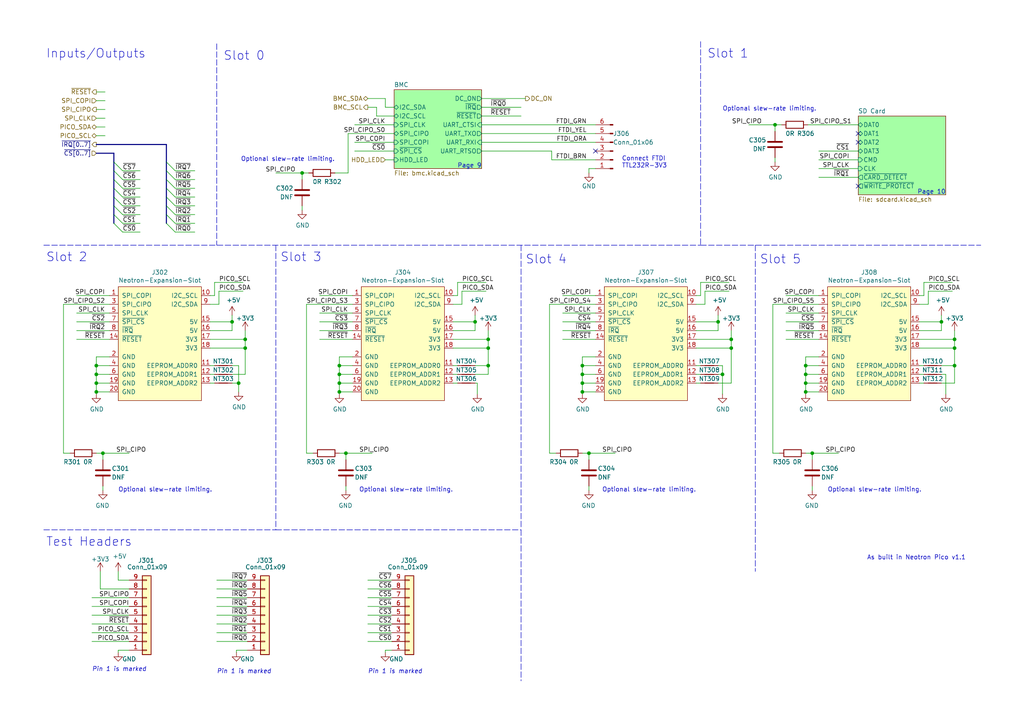
<source format=kicad_sch>
(kicad_sch (version 20211123) (generator eeschema)
  (paper "A4")
  (title_block (title "Neotron Pico - Slots and Peripherals") (date "${date}") (rev "[Uncontrolled]") (company "https://neotron-compute.github.io/") (comment 1 "Licenced as CC BY-SA") (comment 2 "Copyright (c) The Neotron Developers, 2022"))
  (lib_symbols
    (symbol "Connector:Conn_01x06_Male" (pin_names (offset 1.016) hide)
      (property "Reference" "J" (at 0 7.62 0))
      (property "Value" "Conn_01x06_Male" (at 0 -10.16 0))
      (symbol "Conn_01x06_Male_1_1"
        (pin passive line (at 5.08 5.08 180) (length 3.81) (name "Pin_1") (number "1"))
        (pin passive line (at 5.08 2.54 180) (length 3.81) (name "Pin_2") (number "2"))
        (pin passive line (at 5.08 0 180) (length 3.81) (name "Pin_3") (number "3"))
        (pin passive line (at 5.08 -2.54 180) (length 3.81) (name "Pin_4") (number "4"))
        (pin passive line (at 5.08 -5.08 180) (length 3.81) (name "Pin_5") (number "5"))
        (pin passive line (at 5.08 -7.62 180) (length 3.81) (name "Pin_6") (number "6"))
      )
    )
    (symbol "Connector_Generic:Conn_01x09" (pin_names (offset 1.016) hide)
      (property "Reference" "J" (at 0 12.7 0))
      (property "Value" "Conn_01x09" (at 0 -12.7 0))
      (symbol "Conn_01x09_1_1"
        (pin passive line (at -5.08 10.16 0) (length 3.81) (name "Pin_1") (number "1"))
        (pin passive line (at -5.08 7.62 0) (length 3.81) (name "Pin_2") (number "2"))
        (pin passive line (at -5.08 5.08 0) (length 3.81) (name "Pin_3") (number "3"))
        (pin passive line (at -5.08 2.54 0) (length 3.81) (name "Pin_4") (number "4"))
        (pin passive line (at -5.08 0 0) (length 3.81) (name "Pin_5") (number "5"))
        (pin passive line (at -5.08 -2.54 0) (length 3.81) (name "Pin_6") (number "6"))
        (pin passive line (at -5.08 -5.08 0) (length 3.81) (name "Pin_7") (number "7"))
        (pin passive line (at -5.08 -7.62 0) (length 3.81) (name "Pin_8") (number "8"))
        (pin passive line (at -5.08 -10.16 0) (length 3.81) (name "Pin_9") (number "9"))
      )
    )
    (symbol "Device:C" (pin_numbers hide) (pin_names (offset 0.254))
      (property "Reference" "C" (at 0.635 2.54 0))
      (property "Value" "C" (at 0.635 -2.54 0))
      (symbol "C_1_1"
        (pin passive line (at 0 3.81 270) (length 2.794) (name "~") (number "1"))
        (pin passive line (at 0 -3.81 90) (length 2.794) (name "~") (number "2"))
      )
    )
    (symbol "Device:NetTie_2" (pin_numbers hide) (pin_names (offset 0) hide)
      (property "Reference" "NT" (at 0 1.27 0))
      (property "Value" "NetTie_2" (at 0 -1.27 0))
      (symbol "NetTie_2_1_1"
        (pin passive line (at -2.54 0 0) (length 2.54) (name "1") (number "1"))
        (pin passive line (at 2.54 0 180) (length 2.54) (name "2") (number "2"))
      )
    )
    (symbol "Device:R" (pin_numbers hide) (pin_names (offset 0))
      (property "Reference" "R" (at 2.032 0 90))
      (property "Value" "R" (at 0 0 90))
      (symbol "R_1_1"
        (pin passive line (at 0 3.81 270) (length 1.27) (name "~") (number "1"))
        (pin passive line (at 0 -3.81 90) (length 1.27) (name "~") (number "2"))
      )
    )
    (symbol "Neotron-Common-Hardware:Neotron-Expansion-Slot" (pin_names (offset 1.016))
      (property "Reference" "J" (at 0 -20.32 0))
      (property "Value" "Neotron-Expansion-Slot" (at -1.27 15.24 0))
      (symbol "Neotron-Expansion-Slot_0_0"
        (pin input line (at -15.24 11.43 0) (length 2.54) (name "SPI_COPI") (number "1"))
        (pin bidirectional line (at 13.97 11.43 180) (length 2.54) (name "I2C_SCL") (number "10"))
        (pin input line (at 13.97 -8.89 180) (length 2.54) (name "EEPROM_ADDR0") (number "11"))
        (pin input line (at 13.97 -11.43 180) (length 2.54) (name "EEPROM_ADDR1") (number "12"))
        (pin input line (at 13.97 -13.97 180) (length 2.54) (name "EEPROM_ADDR2") (number "13"))
        (pin input line (at -15.24 -1.27 0) (length 2.54) (name "~{RESET}") (number "14"))
        (pin power_in line (at 13.97 3.81 180) (length 2.54) (name "5V") (number "15"))
        (pin power_in line (at 13.97 1.27 180) (length 2.54) (name "5V") (number "16"))
        (pin power_in line (at 13.97 -1.27 180) (length 2.54) (name "3V3") (number "17"))
        (pin power_in line (at 13.97 -3.81 180) (length 2.54) (name "3V3") (number "18"))
        (pin power_in line (at -15.24 -13.97 0) (length 2.54) (name "GND") (number "19"))
        (pin power_in line (at -15.24 -6.35 0) (length 2.54) (name "GND") (number "2"))
        (pin power_in line (at -15.24 -16.51 0) (length 2.54) (name "GND") (number "20"))
        (pin tri_state line (at -15.24 8.89 0) (length 2.54) (name "SPI_CIPO") (number "3"))
        (pin power_in line (at -15.24 -8.89 0) (length 2.54) (name "GND") (number "4"))
        (pin input line (at -15.24 6.35 0) (length 2.54) (name "SPI_CLK") (number "5"))
        (pin power_in line (at -15.24 -11.43 0) (length 2.54) (name "GND") (number "6"))
        (pin input line (at -15.24 3.81 0) (length 2.54) (name "~{SPI_CS}") (number "7"))
        (pin output line (at -15.24 1.27 0) (length 2.54) (name "~{IRQ}") (number "8"))
        (pin bidirectional line (at 13.97 8.89 180) (length 2.54) (name "I2C_SDA") (number "9"))
      )
    )
    (symbol "Neotron-Expansion-Slot_1" (pin_names (offset 1.016))
      (property "Reference" "J" (at 0 -20.32 0))
      (property "Value" "Neotron-Expansion-Slot_1" (at -1.27 15.24 0))
      (symbol "Neotron-Expansion-Slot_1_0_0"
        (pin input line (at -15.24 11.43 0) (length 2.54) (name "SPI_COPI") (number "1"))
        (pin bidirectional line (at 13.97 11.43 180) (length 2.54) (name "I2C_SCL") (number "10"))
        (pin input line (at 13.97 -8.89 180) (length 2.54) (name "EEPROM_ADDR0") (number "11"))
        (pin input line (at 13.97 -11.43 180) (length 2.54) (name "EEPROM_ADDR1") (number "12"))
        (pin input line (at 13.97 -13.97 180) (length 2.54) (name "EEPROM_ADDR2") (number "13"))
        (pin input line (at -15.24 -1.27 0) (length 2.54) (name "~{RESET}") (number "14"))
        (pin power_in line (at 13.97 3.81 180) (length 2.54) (name "5V") (number "15"))
        (pin power_in line (at 13.97 1.27 180) (length 2.54) (name "5V") (number "16"))
        (pin power_in line (at 13.97 -1.27 180) (length 2.54) (name "3V3") (number "17"))
        (pin power_in line (at 13.97 -3.81 180) (length 2.54) (name "3V3") (number "18"))
        (pin power_in line (at -15.24 -13.97 0) (length 2.54) (name "GND") (number "19"))
        (pin power_in line (at -15.24 -6.35 0) (length 2.54) (name "GND") (number "2"))
        (pin power_in line (at -15.24 -16.51 0) (length 2.54) (name "GND") (number "20"))
        (pin tri_state line (at -15.24 8.89 0) (length 2.54) (name "SPI_CIPO") (number "3"))
        (pin power_in line (at -15.24 -8.89 0) (length 2.54) (name "GND") (number "4"))
        (pin input line (at -15.24 6.35 0) (length 2.54) (name "SPI_CLK") (number "5"))
        (pin power_in line (at -15.24 -11.43 0) (length 2.54) (name "GND") (number "6"))
        (pin input line (at -15.24 3.81 0) (length 2.54) (name "~{SPI_CS}") (number "7"))
        (pin output line (at -15.24 1.27 0) (length 2.54) (name "~{IRQ}") (number "8"))
        (pin bidirectional line (at 13.97 8.89 180) (length 2.54) (name "I2C_SDA") (number "9"))
      )
    )
    (symbol "Neotron-Expansion-Slot_2" (pin_names (offset 1.016))
      (property "Reference" "J" (at 0 -20.32 0))
      (property "Value" "Neotron-Expansion-Slot_2" (at -1.27 15.24 0))
      (symbol "Neotron-Expansion-Slot_2_0_0"
        (pin input line (at -15.24 11.43 0) (length 2.54) (name "SPI_COPI") (number "1"))
        (pin bidirectional line (at 13.97 11.43 180) (length 2.54) (name "I2C_SCL") (number "10"))
        (pin input line (at 13.97 -8.89 180) (length 2.54) (name "EEPROM_ADDR0") (number "11"))
        (pin input line (at 13.97 -11.43 180) (length 2.54) (name "EEPROM_ADDR1") (number "12"))
        (pin input line (at 13.97 -13.97 180) (length 2.54) (name "EEPROM_ADDR2") (number "13"))
        (pin input line (at -15.24 -1.27 0) (length 2.54) (name "~{RESET}") (number "14"))
        (pin power_in line (at 13.97 3.81 180) (length 2.54) (name "5V") (number "15"))
        (pin power_in line (at 13.97 1.27 180) (length 2.54) (name "5V") (number "16"))
        (pin power_in line (at 13.97 -1.27 180) (length 2.54) (name "3V3") (number "17"))
        (pin power_in line (at 13.97 -3.81 180) (length 2.54) (name "3V3") (number "18"))
        (pin power_in line (at -15.24 -13.97 0) (length 2.54) (name "GND") (number "19"))
        (pin power_in line (at -15.24 -6.35 0) (length 2.54) (name "GND") (number "2"))
        (pin power_in line (at -15.24 -16.51 0) (length 2.54) (name "GND") (number "20"))
        (pin tri_state line (at -15.24 8.89 0) (length 2.54) (name "SPI_CIPO") (number "3"))
        (pin power_in line (at -15.24 -8.89 0) (length 2.54) (name "GND") (number "4"))
        (pin input line (at -15.24 6.35 0) (length 2.54) (name "SPI_CLK") (number "5"))
        (pin power_in line (at -15.24 -11.43 0) (length 2.54) (name "GND") (number "6"))
        (pin input line (at -15.24 3.81 0) (length 2.54) (name "~{SPI_CS}") (number "7"))
        (pin output line (at -15.24 1.27 0) (length 2.54) (name "~{IRQ}") (number "8"))
        (pin bidirectional line (at 13.97 8.89 180) (length 2.54) (name "I2C_SDA") (number "9"))
      )
    )
    (symbol "Neotron-Expansion-Slot_3" (pin_names (offset 1.016))
      (property "Reference" "J" (at 0 -20.32 0))
      (property "Value" "Neotron-Expansion-Slot_3" (at -1.27 15.24 0))
      (symbol "Neotron-Expansion-Slot_3_0_0"
        (pin input line (at -15.24 11.43 0) (length 2.54) (name "SPI_COPI") (number "1"))
        (pin bidirectional line (at 13.97 11.43 180) (length 2.54) (name "I2C_SCL") (number "10"))
        (pin input line (at 13.97 -8.89 180) (length 2.54) (name "EEPROM_ADDR0") (number "11"))
        (pin input line (at 13.97 -11.43 180) (length 2.54) (name "EEPROM_ADDR1") (number "12"))
        (pin input line (at 13.97 -13.97 180) (length 2.54) (name "EEPROM_ADDR2") (number "13"))
        (pin input line (at -15.24 -1.27 0) (length 2.54) (name "~{RESET}") (number "14"))
        (pin power_in line (at 13.97 3.81 180) (length 2.54) (name "5V") (number "15"))
        (pin power_in line (at 13.97 1.27 180) (length 2.54) (name "5V") (number "16"))
        (pin power_in line (at 13.97 -1.27 180) (length 2.54) (name "3V3") (number "17"))
        (pin power_in line (at 13.97 -3.81 180) (length 2.54) (name "3V3") (number "18"))
        (pin power_in line (at -15.24 -13.97 0) (length 2.54) (name "GND") (number "19"))
        (pin power_in line (at -15.24 -6.35 0) (length 2.54) (name "GND") (number "2"))
        (pin power_in line (at -15.24 -16.51 0) (length 2.54) (name "GND") (number "20"))
        (pin tri_state line (at -15.24 8.89 0) (length 2.54) (name "SPI_CIPO") (number "3"))
        (pin power_in line (at -15.24 -8.89 0) (length 2.54) (name "GND") (number "4"))
        (pin input line (at -15.24 6.35 0) (length 2.54) (name "SPI_CLK") (number "5"))
        (pin power_in line (at -15.24 -11.43 0) (length 2.54) (name "GND") (number "6"))
        (pin input line (at -15.24 3.81 0) (length 2.54) (name "~{SPI_CS}") (number "7"))
        (pin output line (at -15.24 1.27 0) (length 2.54) (name "~{IRQ}") (number "8"))
        (pin bidirectional line (at 13.97 8.89 180) (length 2.54) (name "I2C_SDA") (number "9"))
      )
    )
    (symbol "power:+3V3" (power) (pin_names (offset 0))
      (property "Value" "+3V3" (at 0 3.556 0))
      (symbol "+3V3_1_1"
        (pin power_in line (at 0 0 90) (length 0) hide (name "+3V3") (number "1"))
      )
    )
    (symbol "power:+5V" (power) (pin_names (offset 0))
      (property "Value" "+5V" (at 0 3.556 0))
      (symbol "+5V_1_1"
        (pin power_in line (at 0 0 90) (length 0) hide (name "+5V") (number "1"))
      )
    )
    (symbol "power:GND" (power) (pin_names (offset 0))
      (property "Value" "GND" (at 0 -3.81 0))
      (symbol "GND_1_1"
        (pin power_in line (at 0 0 270) (length 0) hide (name "GND") (number "1"))
      )
    )
  )
  (junction (at 67.31 93.345))
  (junction (at 170.815 131.445))
  (junction (at 98.425 111.125))
  (junction (at 98.425 106.045))
  (junction (at 69.215 111.125))
  (junction (at 224.79 36.195))
  (junction (at 29.845 131.445))
  (junction (at 233.68 113.665))
  (junction (at 233.68 111.125))
  (junction (at 137.795 93.345))
  (junction (at 98.425 113.665))
  (junction (at 209.55 108.585))
  (junction (at 233.68 106.045))
  (junction (at 98.425 108.585))
  (junction (at 208.28 93.345))
  (junction (at 168.91 108.585))
  (junction (at 27.94 113.665))
  (junction (at 71.12 98.425))
  (junction (at 141.605 98.425))
  (junction (at 27.94 106.045))
  (junction (at 71.12 100.965))
  (junction (at 276.86 98.425))
  (junction (at 233.68 108.585))
  (junction (at 212.09 98.425))
  (junction (at 100.33 131.445))
  (junction (at 141.605 100.965))
  (junction (at 168.91 113.665))
  (junction (at 168.91 111.125))
  (junction (at 276.86 106.045))
  (junction (at 235.585 131.445))
  (junction (at 27.94 108.585))
  (junction (at 273.05 93.345))
  (junction (at 212.09 100.965))
  (junction (at 276.86 100.965))
  (junction (at 87.63 50.165))
  (junction (at 168.91 106.045))
  (junction (at 141.605 106.045))
  (junction (at 27.94 111.125))
  (no_connect (at 248.92 38.735))
  (no_connect (at 248.92 53.975))
  (no_connect (at 248.92 41.275))
  (no_connect (at 172.72 43.815))
  (bus_entry (at 33.02 46.99) (size 2.54 2.54))
  (bus_entry (at 48.26 49.53) (size 2.54 2.54))
  (bus_entry (at 48.26 64.77) (size 2.54 2.54))
  (bus_entry (at 48.26 52.07) (size 2.54 2.54))
  (bus_entry (at 33.02 54.61) (size 2.54 2.54))
  (bus_entry (at 33.02 64.77) (size 2.54 2.54))
  (bus_entry (at 48.26 54.61) (size 2.54 2.54))
  (bus_entry (at 48.26 46.99) (size 2.54 2.54))
  (bus_entry (at 48.26 57.15) (size 2.54 2.54))
  (bus_entry (at 33.02 62.23) (size 2.54 2.54))
  (bus_entry (at 33.02 49.53) (size 2.54 2.54))
  (bus_entry (at 33.02 59.69) (size 2.54 2.54))
  (bus_entry (at 33.02 52.07) (size 2.54 2.54))
  (bus_entry (at 48.26 59.69) (size 2.54 2.54))
  (bus_entry (at 33.02 57.15) (size 2.54 2.54))
  (bus_entry (at 48.26 62.23) (size 2.54 2.54))
  (wire (pts (xy 204.47 84.455) (xy 211.455 84.455)))
  (wire (pts (xy 170.815 48.895) (xy 170.815 50.165)))
  (wire (pts (xy 237.49 98.425) (xy 227.965 98.425)))
  (wire (pts (xy 204.47 88.265) (xy 201.93 88.265)))
  (polyline (pts (xy 62.865 12.7) (xy 62.865 71.12)))
  (wire (pts (xy 266.7 108.585) (xy 267.97 108.585)))
  (wire (pts (xy 141.605 98.425) (xy 141.605 100.965)))
  (wire (pts (xy 212.09 95.885) (xy 212.09 98.425)))
  (wire (pts (xy 62.23 106.045) (xy 60.96 106.045)))
  (wire (pts (xy 102.235 90.805) (xy 92.71 90.805)))
  (wire (pts (xy 67.31 111.125) (xy 69.215 111.125)))
  (wire (pts (xy 113.665 188.595) (xy 111.76 188.595)))
  (wire (pts (xy 69.215 106.045) (xy 69.215 111.125)))
  (polyline (pts (xy 151.13 153.67) (xy 151.13 197.485)))
  (wire (pts (xy 111.76 46.355) (xy 114.3 46.355)))
  (wire (pts (xy 172.72 90.805) (xy 163.195 90.805)))
  (wire (pts (xy 37.465 178.435) (xy 26.67 178.435)))
  (wire (pts (xy 208.28 111.125) (xy 212.09 111.125)))
  (wire (pts (xy 67.31 95.885) (xy 67.31 93.345)))
  (wire (pts (xy 224.155 131.445) (xy 226.06 131.445)))
  (wire (pts (xy 159.385 88.265) (xy 159.385 131.445)))
  (wire (pts (xy 50.8 49.53) (xy 56.515 49.53)))
  (wire (pts (xy 203.2 81.915) (xy 211.455 81.915)))
  (wire (pts (xy 131.445 108.585) (xy 132.715 108.585)))
  (wire (pts (xy 27.94 103.505) (xy 27.94 106.045)))
  (bus (pts (xy 33.02 64.77) (xy 33.02 62.23)))
  (wire (pts (xy 137.795 111.125) (xy 138.43 111.125)))
  (wire (pts (xy 233.68 113.665) (xy 233.68 114.3)))
  (wire (pts (xy 235.585 131.445) (xy 235.585 133.35)))
  (wire (pts (xy 50.8 54.61) (xy 56.515 54.61)))
  (wire (pts (xy 159.385 88.265) (xy 172.72 88.265)))
  (wire (pts (xy 27.94 113.665) (xy 27.94 114.3)))
  (wire (pts (xy 139.7 31.115) (xy 151.13 31.115)))
  (wire (pts (xy 269.24 88.265) (xy 269.24 84.455)))
  (wire (pts (xy 248.92 48.895) (xy 237.49 48.895)))
  (wire (pts (xy 60.96 111.125) (xy 62.23 111.125)))
  (bus (pts (xy 48.26 59.69) (xy 48.26 57.15)))
  (wire (pts (xy 62.865 178.435) (xy 71.755 178.435)))
  (wire (pts (xy 102.235 111.125) (xy 98.425 111.125)))
  (wire (pts (xy 131.445 106.045) (xy 132.715 106.045)))
  (wire (pts (xy 209.55 106.045) (xy 209.55 108.585)))
  (wire (pts (xy 201.93 111.125) (xy 203.2 111.125)))
  (wire (pts (xy 201.93 106.045) (xy 203.2 106.045)))
  (wire (pts (xy 233.68 106.045) (xy 233.68 108.585)))
  (wire (pts (xy 137.795 106.045) (xy 141.605 106.045)))
  (wire (pts (xy 276.86 95.885) (xy 276.86 98.425)))
  (wire (pts (xy 224.155 88.265) (xy 237.49 88.265)))
  (bus (pts (xy 48.26 49.53) (xy 48.26 46.99)))
  (wire (pts (xy 208.28 108.585) (xy 209.55 108.585)))
  (wire (pts (xy 208.28 95.885) (xy 208.28 93.345)))
  (wire (pts (xy 168.91 111.125) (xy 168.91 113.665)))
  (wire (pts (xy 100.33 140.97) (xy 100.33 142.24)))
  (bus (pts (xy 33.02 49.53) (xy 33.02 46.99)))
  (wire (pts (xy 168.91 113.665) (xy 168.91 114.3)))
  (wire (pts (xy 168.91 106.045) (xy 168.91 108.585)))
  (wire (pts (xy 133.985 88.265) (xy 133.985 84.455)))
  (wire (pts (xy 106.68 186.055) (xy 113.665 186.055)))
  (wire (pts (xy 274.32 108.585) (xy 274.32 114.3)))
  (wire (pts (xy 60.96 88.265) (xy 63.5 88.265)))
  (wire (pts (xy 106.68 168.275) (xy 113.665 168.275)))
  (wire (pts (xy 37.465 168.275) (xy 34.29 168.275)))
  (wire (pts (xy 109.22 31.115) (xy 109.22 33.655)))
  (wire (pts (xy 248.92 46.355) (xy 237.49 46.355)))
  (wire (pts (xy 37.465 173.355) (xy 26.67 173.355)))
  (wire (pts (xy 233.68 108.585) (xy 233.68 111.125)))
  (wire (pts (xy 172.72 46.355) (xy 160.02 46.355)))
  (bus (pts (xy 33.02 59.69) (xy 33.02 57.15)))
  (wire (pts (xy 201.93 100.965) (xy 212.09 100.965)))
  (wire (pts (xy 237.49 93.345) (xy 227.965 93.345)))
  (wire (pts (xy 201.93 93.345) (xy 208.28 93.345)))
  (wire (pts (xy 35.56 67.31) (xy 40.64 67.31)))
  (wire (pts (xy 100.33 131.445) (xy 100.33 133.35)))
  (wire (pts (xy 35.56 62.23) (xy 40.64 62.23)))
  (wire (pts (xy 18.415 131.445) (xy 20.32 131.445)))
  (wire (pts (xy 27.94 36.83) (xy 30.48 36.83)))
  (wire (pts (xy 62.865 173.355) (xy 71.755 173.355)))
  (wire (pts (xy 131.445 93.345) (xy 137.795 93.345)))
  (wire (pts (xy 141.605 106.045) (xy 141.605 100.965)))
  (wire (pts (xy 237.49 108.585) (xy 233.68 108.585)))
  (wire (pts (xy 98.425 108.585) (xy 98.425 111.125)))
  (wire (pts (xy 37.465 180.975) (xy 26.67 180.975)))
  (wire (pts (xy 37.465 183.515) (xy 26.67 183.515)))
  (wire (pts (xy 172.72 95.885) (xy 163.195 95.885)))
  (wire (pts (xy 60.96 95.885) (xy 67.31 95.885)))
  (wire (pts (xy 235.585 131.445) (xy 243.205 131.445)))
  (wire (pts (xy 67.31 108.585) (xy 71.12 108.585)))
  (wire (pts (xy 27.94 108.585) (xy 27.94 111.125)))
  (wire (pts (xy 88.9 88.265) (xy 102.235 88.265)))
  (wire (pts (xy 71.12 95.885) (xy 71.12 98.425)))
  (wire (pts (xy 102.235 93.345) (xy 92.71 93.345)))
  (wire (pts (xy 224.79 45.72) (xy 224.79 46.99)))
  (wire (pts (xy 266.7 111.125) (xy 267.97 111.125)))
  (wire (pts (xy 31.75 111.125) (xy 27.94 111.125)))
  (wire (pts (xy 26.67 186.055) (xy 37.465 186.055)))
  (wire (pts (xy 62.865 168.275) (xy 71.755 168.275)))
  (wire (pts (xy 37.465 188.595) (xy 34.29 188.595)))
  (wire (pts (xy 62.865 186.055) (xy 71.755 186.055)))
  (wire (pts (xy 102.235 113.665) (xy 98.425 113.665)))
  (wire (pts (xy 27.94 106.045) (xy 27.94 108.585)))
  (wire (pts (xy 106.68 175.895) (xy 113.665 175.895)))
  (wire (pts (xy 35.56 59.69) (xy 40.64 59.69)))
  (wire (pts (xy 201.93 98.425) (xy 212.09 98.425)))
  (wire (pts (xy 131.445 111.125) (xy 132.715 111.125)))
  (wire (pts (xy 139.7 36.195) (xy 172.72 36.195)))
  (wire (pts (xy 139.7 33.655) (xy 151.13 33.655)))
  (wire (pts (xy 170.815 140.97) (xy 170.815 142.24)))
  (wire (pts (xy 27.94 131.445) (xy 29.845 131.445)))
  (wire (pts (xy 132.715 81.915) (xy 140.97 81.915)))
  (wire (pts (xy 114.3 43.815) (xy 102.87 43.815)))
  (wire (pts (xy 106.68 170.815) (xy 113.665 170.815)))
  (wire (pts (xy 29.845 131.445) (xy 37.465 131.445)))
  (wire (pts (xy 106.68 183.515) (xy 113.665 183.515)))
  (wire (pts (xy 100.33 131.445) (xy 107.95 131.445)))
  (wire (pts (xy 172.72 108.585) (xy 168.91 108.585)))
  (wire (pts (xy 50.8 64.77) (xy 56.515 64.77)))
  (wire (pts (xy 266.7 100.965) (xy 276.86 100.965)))
  (polyline (pts (xy 151.13 71.12) (xy 151.13 153.035)))
  (wire (pts (xy 131.445 95.885) (xy 137.795 95.885)))
  (wire (pts (xy 62.23 81.915) (xy 70.485 81.915)))
  (wire (pts (xy 203.2 85.725) (xy 203.2 81.915)))
  (wire (pts (xy 87.63 50.165) (xy 80.01 50.165)))
  (wire (pts (xy 160.02 46.355) (xy 160.02 43.815)))
  (wire (pts (xy 102.235 106.045) (xy 98.425 106.045)))
  (wire (pts (xy 50.8 62.23) (xy 56.515 62.23)))
  (wire (pts (xy 109.22 33.655) (xy 114.3 33.655)))
  (wire (pts (xy 100.965 50.165) (xy 100.965 38.735)))
  (wire (pts (xy 168.91 108.585) (xy 168.91 111.125)))
  (wire (pts (xy 224.79 36.195) (xy 224.79 38.1)))
  (wire (pts (xy 89.535 50.165) (xy 87.63 50.165)))
  (wire (pts (xy 102.235 85.725) (xy 92.71 85.725)))
  (wire (pts (xy 269.24 84.455) (xy 276.225 84.455)))
  (wire (pts (xy 131.445 85.725) (xy 132.715 85.725)))
  (wire (pts (xy 172.72 85.725) (xy 163.195 85.725)))
  (bus (pts (xy 27.94 41.91) (xy 48.26 41.91)))
  (wire (pts (xy 203.2 85.725) (xy 201.93 85.725)))
  (wire (pts (xy 50.8 57.15) (xy 56.515 57.15)))
  (wire (pts (xy 87.63 59.69) (xy 87.63 60.96)))
  (wire (pts (xy 88.9 131.445) (xy 90.805 131.445)))
  (bus (pts (xy 48.26 64.77) (xy 48.26 62.23)))
  (wire (pts (xy 31.75 95.885) (xy 22.225 95.885)))
  (wire (pts (xy 114.3 36.195) (xy 102.87 36.195)))
  (bus (pts (xy 48.26 52.07) (xy 48.26 49.53)))
  (wire (pts (xy 98.425 111.125) (xy 98.425 113.665)))
  (wire (pts (xy 27.94 39.37) (xy 30.48 39.37)))
  (wire (pts (xy 237.49 106.045) (xy 233.68 106.045)))
  (wire (pts (xy 248.92 51.435) (xy 237.49 51.435)))
  (wire (pts (xy 18.415 88.265) (xy 18.415 131.445)))
  (wire (pts (xy 106.68 178.435) (xy 113.665 178.435)))
  (wire (pts (xy 131.445 100.965) (xy 141.605 100.965)))
  (wire (pts (xy 172.72 93.345) (xy 163.195 93.345)))
  (wire (pts (xy 170.815 131.445) (xy 178.435 131.445)))
  (wire (pts (xy 237.49 113.665) (xy 233.68 113.665)))
  (wire (pts (xy 100.965 38.735) (xy 114.3 38.735)))
  (wire (pts (xy 71.12 100.965) (xy 71.12 108.585)))
  (wire (pts (xy 237.49 85.725) (xy 227.965 85.725)))
  (polyline (pts (xy 12.7 71.12) (xy 203.2 71.12)))
  (wire (pts (xy 276.86 100.965) (xy 276.86 106.045)))
  (wire (pts (xy 168.91 103.505) (xy 168.91 106.045)))
  (wire (pts (xy 141.605 108.585) (xy 141.605 106.045)))
  (wire (pts (xy 50.8 59.69) (xy 56.515 59.69)))
  (wire (pts (xy 237.49 90.805) (xy 227.965 90.805)))
  (wire (pts (xy 35.56 54.61) (xy 40.64 54.61)))
  (polyline (pts (xy 203.2 12.065) (xy 203.2 71.12)))
  (wire (pts (xy 139.7 28.575) (xy 152.4 28.575)))
  (wire (pts (xy 204.47 88.265) (xy 204.47 84.455)))
  (wire (pts (xy 102.235 95.885) (xy 92.71 95.885)))
  (wire (pts (xy 235.585 140.97) (xy 235.585 142.24)))
  (wire (pts (xy 60.96 100.965) (xy 71.12 100.965)))
  (wire (pts (xy 248.92 43.815) (xy 237.49 43.815)))
  (wire (pts (xy 233.68 103.505) (xy 233.68 106.045)))
  (wire (pts (xy 233.68 131.445) (xy 235.585 131.445)))
  (wire (pts (xy 226.695 36.195) (xy 224.79 36.195)))
  (wire (pts (xy 31.75 103.505) (xy 27.94 103.505)))
  (wire (pts (xy 137.795 108.585) (xy 141.605 108.585)))
  (wire (pts (xy 224.79 36.195) (xy 217.17 36.195)))
  (bus (pts (xy 48.26 54.61) (xy 48.26 52.07)))
  (wire (pts (xy 35.56 49.53) (xy 40.64 49.53)))
  (wire (pts (xy 35.56 52.07) (xy 40.64 52.07)))
  (wire (pts (xy 114.3 41.275) (xy 102.87 41.275)))
  (wire (pts (xy 111.76 188.595) (xy 111.76 189.23)))
  (wire (pts (xy 29.845 140.97) (xy 29.845 142.24)))
  (wire (pts (xy 208.28 93.345) (xy 208.28 91.44)))
  (wire (pts (xy 139.7 38.735) (xy 172.72 38.735)))
  (wire (pts (xy 237.49 95.885) (xy 227.965 95.885)))
  (wire (pts (xy 138.43 111.125) (xy 138.43 114.3)))
  (wire (pts (xy 102.235 98.425) (xy 92.71 98.425)))
  (wire (pts (xy 98.425 113.665) (xy 98.425 114.3)))
  (wire (pts (xy 63.5 84.455) (xy 70.485 84.455)))
  (wire (pts (xy 37.465 175.895) (xy 26.67 175.895)))
  (polyline (pts (xy 80.01 153.67) (xy 151.13 153.67)))
  (wire (pts (xy 60.96 108.585) (xy 62.23 108.585)))
  (wire (pts (xy 29.845 131.445) (xy 29.845 133.35)))
  (wire (pts (xy 224.155 88.265) (xy 224.155 131.445)))
  (wire (pts (xy 266.7 98.425) (xy 276.86 98.425)))
  (wire (pts (xy 31.75 108.585) (xy 27.94 108.585)))
  (wire (pts (xy 273.05 108.585) (xy 274.32 108.585)))
  (wire (pts (xy 67.31 106.045) (xy 69.215 106.045)))
  (wire (pts (xy 106.68 31.115) (xy 109.22 31.115)))
  (wire (pts (xy 98.425 106.045) (xy 98.425 108.585)))
  (wire (pts (xy 71.755 188.595) (xy 68.58 188.595)))
  (wire (pts (xy 273.05 111.125) (xy 276.86 111.125)))
  (wire (pts (xy 27.94 34.29) (xy 30.48 34.29)))
  (wire (pts (xy 111.76 31.115) (xy 114.3 31.115)))
  (wire (pts (xy 31.75 90.805) (xy 22.225 90.805)))
  (wire (pts (xy 273.05 95.885) (xy 273.05 93.345)))
  (bus (pts (xy 27.94 44.45) (xy 33.02 44.45)))
  (wire (pts (xy 201.93 108.585) (xy 203.2 108.585)))
  (wire (pts (xy 266.7 106.045) (xy 267.97 106.045)))
  (wire (pts (xy 34.29 188.595) (xy 34.29 189.23)))
  (polyline (pts (xy 203.2 71.12) (xy 284.48 71.12)))
  (bus (pts (xy 48.26 57.15) (xy 48.26 54.61)))
  (bus (pts (xy 33.02 57.15) (xy 33.02 54.61)))
  (wire (pts (xy 141.605 95.885) (xy 141.605 98.425)))
  (wire (pts (xy 62.865 175.895) (xy 71.755 175.895)))
  (wire (pts (xy 50.8 52.07) (xy 56.515 52.07)))
  (wire (pts (xy 131.445 88.265) (xy 133.985 88.265)))
  (polyline (pts (xy 219.075 71.12) (xy 219.075 165.735)))
  (bus (pts (xy 33.02 54.61) (xy 33.02 52.07)))
  (wire (pts (xy 62.865 183.515) (xy 71.755 183.515)))
  (wire (pts (xy 31.75 98.425) (xy 22.225 98.425)))
  (wire (pts (xy 273.05 93.345) (xy 273.05 91.44)))
  (wire (pts (xy 172.72 113.665) (xy 168.91 113.665)))
  (polyline (pts (xy 80.01 71.12) (xy 80.01 153.67)))
  (wire (pts (xy 60.96 85.725) (xy 62.23 85.725)))
  (wire (pts (xy 209.55 108.585) (xy 209.55 114.3)))
  (polyline (pts (xy 12.7 153.67) (xy 80.01 153.67)))
  (wire (pts (xy 137.795 95.885) (xy 137.795 93.345)))
  (wire (pts (xy 27.94 26.67) (xy 30.48 26.67)))
  (wire (pts (xy 267.97 81.915) (xy 276.225 81.915)))
  (wire (pts (xy 106.68 28.575) (xy 111.76 28.575)))
  (wire (pts (xy 276.86 106.045) (xy 276.86 111.125)))
  (wire (pts (xy 68.58 188.595) (xy 68.58 189.23)))
  (wire (pts (xy 97.155 50.165) (xy 100.965 50.165)))
  (wire (pts (xy 276.86 98.425) (xy 276.86 100.965)))
  (wire (pts (xy 237.49 103.505) (xy 233.68 103.505)))
  (wire (pts (xy 60.96 93.345) (xy 67.31 93.345)))
  (wire (pts (xy 266.7 93.345) (xy 273.05 93.345)))
  (wire (pts (xy 172.72 106.045) (xy 168.91 106.045)))
  (wire (pts (xy 201.93 95.885) (xy 208.28 95.885)))
  (wire (pts (xy 27.94 111.125) (xy 27.94 113.665)))
  (wire (pts (xy 233.68 111.125) (xy 233.68 113.665)))
  (wire (pts (xy 87.63 50.165) (xy 87.63 52.07)))
  (wire (pts (xy 172.72 48.895) (xy 170.815 48.895)))
  (wire (pts (xy 31.75 106.045) (xy 27.94 106.045)))
  (wire (pts (xy 111.76 28.575) (xy 111.76 31.115)))
  (wire (pts (xy 29.083 170.815) (xy 37.465 170.815)))
  (wire (pts (xy 132.715 85.725) (xy 132.715 81.915)))
  (wire (pts (xy 267.97 85.725) (xy 267.97 81.915)))
  (wire (pts (xy 212.09 98.425) (xy 212.09 100.965)))
  (wire (pts (xy 212.09 100.965) (xy 212.09 111.125)))
  (bus (pts (xy 33.02 52.07) (xy 33.02 49.53)))
  (wire (pts (xy 160.02 43.815) (xy 139.7 43.815)))
  (wire (pts (xy 102.235 103.505) (xy 98.425 103.505)))
  (wire (pts (xy 208.28 106.045) (xy 209.55 106.045)))
  (bus (pts (xy 48.26 62.23) (xy 48.26 59.69)))
  (wire (pts (xy 139.7 41.275) (xy 172.72 41.275)))
  (wire (pts (xy 27.94 29.21) (xy 30.48 29.21)))
  (wire (pts (xy 29.083 165.735) (xy 29.083 170.815)))
  (wire (pts (xy 98.425 131.445) (xy 100.33 131.445)))
  (wire (pts (xy 35.56 64.77) (xy 40.64 64.77)))
  (wire (pts (xy 18.415 88.265) (xy 31.75 88.265)))
  (wire (pts (xy 133.985 84.455) (xy 140.97 84.455)))
  (wire (pts (xy 62.865 180.975) (xy 71.755 180.975)))
  (wire (pts (xy 170.815 131.445) (xy 170.815 133.35)))
  (wire (pts (xy 172.72 103.505) (xy 168.91 103.505)))
  (wire (pts (xy 34.29 165.735) (xy 34.29 168.275)))
  (wire (pts (xy 63.5 88.265) (xy 63.5 84.455)))
  (wire (pts (xy 27.94 31.75) (xy 30.48 31.75)))
  (wire (pts (xy 35.56 57.15) (xy 40.64 57.15)))
  (bus (pts (xy 48.26 41.91) (xy 48.26 46.99)))
  (wire (pts (xy 69.215 111.125) (xy 69.215 113.665)))
  (wire (pts (xy 273.05 106.045) (xy 276.86 106.045)))
  (wire (pts (xy 172.72 111.125) (xy 168.91 111.125)))
  (wire (pts (xy 50.8 67.31) (xy 56.515 67.31)))
  (wire (pts (xy 102.235 108.585) (xy 98.425 108.585)))
  (wire (pts (xy 106.68 180.975) (xy 113.665 180.975)))
  (wire (pts (xy 269.24 88.265) (xy 266.7 88.265)))
  (wire (pts (xy 88.9 88.265) (xy 88.9 131.445)))
  (wire (pts (xy 98.425 103.505) (xy 98.425 106.045)))
  (wire (pts (xy 106.68 173.355) (xy 113.665 173.355)))
  (wire (pts (xy 267.97 85.725) (xy 266.7 85.725)))
  (wire (pts (xy 159.385 131.445) (xy 161.29 131.445)))
  (wire (pts (xy 168.91 131.445) (xy 170.815 131.445)))
  (bus (pts (xy 33.02 62.23) (xy 33.02 59.69)))
  (wire (pts (xy 62.865 170.815) (xy 71.755 170.815)))
  (wire (pts (xy 234.315 36.195) (xy 248.92 36.195)))
  (wire (pts (xy 31.75 113.665) (xy 27.94 113.665)))
  (wire (pts (xy 137.795 93.345) (xy 137.795 91.44)))
  (wire (pts (xy 67.31 93.345) (xy 67.31 91.44)))
  (wire (pts (xy 131.445 98.425) (xy 141.605 98.425)))
  (wire (pts (xy 60.96 98.425) (xy 71.12 98.425)))
  (wire (pts (xy 266.7 95.885) (xy 273.05 95.885)))
  (wire (pts (xy 71.12 98.425) (xy 71.12 100.965)))
  (wire (pts (xy 172.72 98.425) (xy 163.195 98.425)))
  (wire (pts (xy 237.49 111.125) (xy 233.68 111.125)))
  (wire (pts (xy 31.75 93.345) (xy 22.225 93.345)))
  (wire (pts (xy 31.75 85.725) (xy 22.225 85.725)))
  (wire (pts (xy 62.23 85.725) (xy 62.23 81.915)))
  (bus (pts (xy 33.02 44.45) (xy 33.02 46.99)))
  (text "Slot 4" (at 152.4 76.835 0) (effects (font (size 2.54 2.54)) (justify left bottom)))
  (text "Slot 0" (at 64.77 17.78 0) (effects (font (size 2.54 2.54)) (justify left bottom)))
  (text "Optional slew-rate limiting." (at 69.85 46.99 0) (effects (font (size 1.27 1.27)) (justify left bottom)))
  (text "As built in Neotron Pico v1.1" (at 251.46 162.56 0) (effects (font (size 1.27 1.27)) (justify left bottom)))
  (text "Pin 1 is marked" (at 106.68 195.58 0) (effects (font (size 1.27 1.27) italic) (justify left bottom)))
  (text "Slot 2" (at 13.335 76.2 0) (effects (font (size 2.54 2.54)) (justify left bottom)))
  (text "Connect FTDI\nTTL232R-3V3" (at 180.34 48.895 0) (effects (font (size 1.27 1.27)) (justify left bottom)))
  (text "Slot 5" (at 220.345 76.835 0) (effects (font (size 2.54 2.54)) (justify left bottom)))
  (text "Slot 1" (at 205.105 17.145 0) (effects (font (size 2.54 2.54)) (justify left bottom)))
  (text "Pin 1 is marked" (at 62.865 195.58 0) (effects (font (size 1.27 1.27) italic) (justify left bottom)))
  (text "Page 10" (at 274.32 56.515 180) (effects (font (size 1.27 1.27)) (justify right bottom)))
  (text "Slot 3" (at 81.28 76.2 0) (effects (font (size 2.54 2.54)) (justify left bottom)))
  (text "Optional slew-rate limiting." (at 174.625 142.875 0) (effects (font (size 1.27 1.27)) (justify left bottom)))
  (text "Optional slew-rate limiting." (at 104.14 142.875 0) (effects (font (size 1.27 1.27)) (justify left bottom)))
  (text "Optional slew-rate limiting." (at 209.55 32.385 0) (effects (font (size 1.27 1.27)) (justify left bottom)))
  (text "Page 9" (at 139.7 48.895 180) (effects (font (size 1.27 1.27)) (justify right bottom)))
  (text "Test Headers" (at 13.335 158.75 0) (effects (font (size 2.54 2.54)) (justify left bottom)))
  (text "Pin 1 is marked" (at 26.67 194.945 0) (effects (font (size 1.27 1.27) italic) (justify left bottom)))
  (text "Inputs/Outputs" (at 13.335 17.145 0) (effects (font (size 2.54 2.54)) (justify left bottom)))
  (text "Optional slew-rate limiting." (at 34.29 142.875 0) (effects (font (size 1.27 1.27)) (justify left bottom)))
  (text "Optional slew-rate limiting." (at 240.03 142.875 0) (effects (font (size 1.27 1.27)) (justify left bottom)))
  (label "FTDI_YEL" (at 170.18 38.735 180))
  (label "~{RESET}" (at 171.45 98.425 180))
  (label "~{CS1}" (at 113.665 183.515 180))
  (label "SPI_CIPO_S2" (at 30.48 88.265 180))
  (label "~{IRQ6}" (at 71.755 170.815 180))
  (label "~{CS2}" (at 30.48 93.345 180))
  (label "~{IRQ1}" (at 71.755 183.515 180))
  (label "SPI_COPI" (at 111.76 41.275 180))
  (label "SPI_COPI" (at 246.38 46.355 180))
  (label "~{CS0}" (at 35.56 67.31 0))
  (label "~{CS2}" (at 113.665 180.975 180))
  (label "SPI_CIPO" (at 239.395 131.445 0))
  (label "~{CS4}" (at 113.665 175.895 180))
  (label "~{CS7}" (at 113.665 168.275 180))
  (label "~{RESET}" (at 37.465 180.975 180))
  (label "SPI_CIPO" (at 174.625 131.445 0))
  (label "FTDI_BRN" (at 170.18 46.355 180))
  (label "PICO_SCL" (at 63.5 81.915 0))
  (label "FTDI_ORA" (at 170.18 41.275 180))
  (label "SPI_COPI" (at 171.45 85.725 180))
  (label "SPI_CLK" (at 246.38 48.895 180))
  (label "~{IRQ7}" (at 50.8 49.53 0))
  (label "~{CS3}" (at 113.665 178.435 180))
  (label "~{IRQ1}" (at 246.38 51.435 180))
  (label "~{CS0}" (at 113.665 186.055 180))
  (label "~{IRQ0}" (at 71.755 186.055 180))
  (label "~{IRQ6}" (at 50.8 52.07 0))
  (label "~{RESET}" (at 30.48 98.425 180))
  (label "~{IRQ2}" (at 71.755 180.975 180))
  (label "SPI_COPI" (at 100.965 85.725 180))
  (label "~{IRQ2}" (at 50.8 62.23 0))
  (label "~{CS3}" (at 35.56 59.69 0))
  (label "SPI_CLK" (at 30.48 90.805 180))
  (label "SPI_CIPO_S0" (at 111.76 38.735 180))
  (label "~{CS5}" (at 113.665 173.355 180))
  (label "~{IRQ4}" (at 171.45 95.885 180))
  (label "~{CS5}" (at 236.22 93.345 180))
  (label "PICO_SDA" (at 133.985 84.455 0))
  (label "~{IRQ0}" (at 50.8 67.31 0))
  (label "PICO_SDA" (at 63.5 84.455 0))
  (label "~{IRQ4}" (at 71.755 175.895 180))
  (label "~{CS2}" (at 35.56 62.23 0))
  (label "~{CS6}" (at 35.56 52.07 0))
  (label "PICO_SDA" (at 37.465 186.055 180))
  (label "~{CS3}" (at 100.965 93.345 180))
  (label "~{IRQ7}" (at 71.755 168.275 180))
  (label "SPI_COPI" (at 30.48 85.725 180))
  (label "~{IRQ1}" (at 50.8 64.77 0))
  (label "~{RESET}" (at 142.24 33.655 0))
  (label "~{IRQ2}" (at 30.48 95.885 180))
  (label "SPI_CIPO" (at 85.725 50.165 180))
  (label "PICO_SCL" (at 204.47 81.915 0))
  (label "~{IRQ5}" (at 236.22 95.885 180))
  (label "SPI_CIPO" (at 33.655 131.445 0))
  (label "SPI_CIPO_S5" (at 236.22 88.265 180))
  (label "~{IRQ5}" (at 71.755 173.355 180))
  (label "~{CS1}" (at 246.38 43.815 180))
  (label "~{RESET}" (at 236.22 98.425 180))
  (label "PICO_SCL" (at 37.465 183.515 180))
  (label "FTDI_GRN" (at 170.18 36.195 180))
  (label "~{IRQ5}" (at 50.8 54.61 0))
  (label "~{IRQ4}" (at 50.8 57.15 0))
  (label "PICO_SDA" (at 269.24 84.455 0))
  (label "SPI_CLK" (at 171.45 90.805 180))
  (label "~{IRQ0}" (at 142.24 31.115 0))
  (label "SPI_CIPO" (at 220.98 36.195 180))
  (label "SPI_CLK" (at 236.22 90.805 180))
  (label "~{CS4}" (at 171.45 93.345 180))
  (label "~{CS4}" (at 35.56 57.15 0))
  (label "~{IRQ3}" (at 71.755 178.435 180))
  (label "SPI_CLK" (at 111.76 36.195 180))
  (label "SPI_CLK" (at 100.965 90.805 180))
  (label "SPI_CIPO" (at 104.14 131.445 0))
  (label "~{CS0}" (at 111.76 43.815 180))
  (label "~{CS6}" (at 113.665 170.815 180))
  (label "~{CS5}" (at 35.56 54.61 0))
  (label "SPI_CIPO_S1" (at 247.015 36.195 180))
  (label "~{RESET}" (at 100.965 98.425 180))
  (label "~{CS7}" (at 35.56 49.53 0))
  (label "PICO_SCL" (at 269.24 81.915 0))
  (label "PICO_SDA" (at 204.47 84.455 0))
  (label "SPI_COPI" (at 236.22 85.725 180))
  (label "~{CS1}" (at 35.56 64.77 0))
  (label "~{IRQ3}" (at 50.8 59.69 0))
  (label "SPI_CIPO_S3" (at 100.965 88.265 180))
  (label "SPI_CIPO_S4" (at 171.45 88.265 180))
  (label "SPI_CIPO" (at 37.465 173.355 180))
  (label "PICO_SCL" (at 133.985 81.915 0))
  (label "~{IRQ3}" (at 100.965 95.885 180))
  (label "SPI_COPI" (at 37.465 175.895 180))
  (label "SPI_CLK" (at 37.465 178.435 180))
  (hierarchical_label "~{CS[0..7]}" (shape input) (at 27.94 44.45 180))
  (hierarchical_label "~{IRQ[0..7]}" (shape output) (at 27.94 41.91 180))
  (hierarchical_label "DC_ON" (shape output) (at 152.4 28.575 0))
  (hierarchical_label "BMC_SCL" (shape output) (at 106.68 31.115 180))
  (hierarchical_label "SPI_COPI" (shape input) (at 27.94 29.21 180))
  (hierarchical_label "BMC_SDA" (shape bidirectional) (at 106.68 28.575 180))
  (hierarchical_label "SPI_CIPO" (shape output) (at 27.94 31.75 180))
  (hierarchical_label "HDD_LED" (shape input) (at 111.76 46.355 180))
  (hierarchical_label "PICO_SDA" (shape bidirectional) (at 27.94 36.83 180))
  (hierarchical_label "SPI_CLK" (shape input) (at 27.94 34.29 180))
  (hierarchical_label "~{RESET}" (shape output) (at 27.94 26.67 180))
  (hierarchical_label "PICO_SCL" (shape bidirectional) (at 27.94 39.37 180))
  (symbol (lib_id "Device:R") (at 93.345 50.165 270) (mirror x) (unit 1)
    (property "Reference" "R302" (at 93.98 52.705 90) (effects (justify left)))
    (property "Value" "0R" (at 93.345 52.705 90) (effects (justify right)))
    (property "Footprint" "Resistor_SMD:R_0805_2012Metric_Pad1.20x1.40mm_HandSolder" (effects hide))
    (property "DNP" "0" (effects hide))
    (property "JLCPCB Collection" "Basic" (effects hide))
    (property "LCSC Part#" "C17477" (effects hide))
    (property "MPN" "0805W8F0000T5E" (effects hide))
    (property "Manufacturer" "Uniroyal" (effects hide))
    (property "Tolerance" "1%" (effects hide))
  )
  (symbol (lib_id "Device:R") (at 165.1 131.445 90) (unit 1)
    (property "Reference" "R304" (at 164.465 133.985 90) (effects (justify left)))
    (property "Value" "0R" (at 165.1 133.985 90) (effects (justify right)))
    (property "Footprint" "Resistor_SMD:R_0805_2012Metric_Pad1.20x1.40mm_HandSolder" (effects hide))
    (property "DNP" "0" (effects hide))
    (property "JLCPCB Collection" "Basic" (effects hide))
    (property "LCSC Part#" "C17477" (effects hide))
    (property "MPN" "0805W8F0000T5E" (effects hide))
    (property "Manufacturer" "Uniroyal" (effects hide))
    (property "Tolerance" "1%" (effects hide))
  )
  (symbol (lib_id "Device:NetTie_2") (at 135.255 106.045 0) (unit 1)
    (property "Reference" "NT304" (at 135.255 104.775 0))
    (property "Value" "NetTie_2" (effects hide))
    (property "Footprint" "NetTie:NetTie-2_SMD_Pad0.5mm" (effects hide))
    (property "DNP" "1" (effects hide))
  )
  (symbol (lib_id "power:+5V") (at 273.05 91.44 0) (unit 1)
    (property "Reference" "#PWR0326" (effects hide))
    (property "Value" "+5V" (at 273.431 87.0458 0))
  )
  (symbol (lib_name "Neotron-Expansion-Slot_3") (lib_id "Neotron-Common-Hardware:Neotron-Expansion-Slot") (at 117.475 97.155 0) (unit 1)
    (property "Reference" "J304" (at 116.84 78.994 0))
    (property "Value" "Neotron-Expansion-Slot" (at 116.84 81.3054 0))
    (property "Footprint" "Neotron-Common-Hardware:Neotron-Expansion-Slot" (effects hide))
    (property "Datasheet" "https://www.te.com/commerce/DocumentDelivery/DDEController?Action=srchrtrv&DocNm=1773096_SEC03_CARD_EDGE&DocType=CS&DocLang=English" (effects hide))
    (property "DNP" "0" (effects hide))
    (property "Digikey" "A31722-ND" (effects hide))
    (property "MPN" "5-5530843-0" (effects hide))
    (property "Manufacturer" "TE" (effects hide))
    (property "Mouser" "571-5-5530843-0" (effects hide))
  )
  (symbol (lib_id "Device:NetTie_2") (at 205.74 111.125 0) (unit 1)
    (property "Reference" "NT309" (at 205.74 109.855 0))
    (property "Value" "NetTie_2" (effects hide))
    (property "Footprint" "NetTie:NetTie-2_SMD_Pad0.5mm" (effects hide))
    (property "DNP" "1" (effects hide))
  )
  (symbol (lib_id "power:GND") (at 224.79 46.99 0) (unit 1)
    (property "Reference" "#PWR0323" (effects hide))
    (property "Value" "GND" (at 224.917 51.3842 0))
  )
  (symbol (lib_name "Neotron-Expansion-Slot_2") (lib_id "Neotron-Common-Hardware:Neotron-Expansion-Slot") (at 187.96 97.155 0) (unit 1)
    (property "Reference" "J307" (at 187.325 78.994 0))
    (property "Value" "Neotron-Expansion-Slot" (at 187.325 81.3054 0))
    (property "Footprint" "Neotron-Common-Hardware:Neotron-Expansion-Slot" (effects hide))
    (property "Datasheet" "https://www.te.com/commerce/DocumentDelivery/DDEController?Action=srchrtrv&DocNm=1773096_SEC03_CARD_EDGE&DocType=CS&DocLang=English" (effects hide))
    (property "DNP" "0" (effects hide))
    (property "Digikey" "A31722-ND" (effects hide))
    (property "MPN" "5-5530843-0" (effects hide))
    (property "Manufacturer" "TE" (effects hide))
    (property "Mouser" "571-5-5530843-0" (effects hide))
  )
  (symbol (lib_id "Device:NetTie_2") (at 135.255 111.125 0) (unit 1)
    (property "Reference" "NT306" (at 135.255 109.855 0))
    (property "Value" "NetTie_2" (effects hide))
    (property "Footprint" "NetTie:NetTie-2_SMD_Pad0.5mm" (effects hide))
    (property "DNP" "1" (effects hide))
  )
  (symbol (lib_id "power:GND") (at 274.32 114.3 0) (unit 1)
    (property "Reference" "#PWR0327" (effects hide))
    (property "Value" "GND" (at 274.447 118.6942 0))
  )
  (symbol (lib_id "power:GND") (at 27.94 114.3 0) (unit 1)
    (property "Reference" "#PWR0301" (effects hide))
    (property "Value" "GND" (at 28.067 118.6942 0))
  )
  (symbol (lib_id "power:GND") (at 170.815 50.165 0) (unit 1)
    (property "Reference" "#PWR0318" (effects hide))
    (property "Value" "GND" (at 170.815 53.975 0))
  )
  (symbol (lib_id "power:GND") (at 69.215 113.665 0) (unit 1)
    (property "Reference" "#PWR0308" (effects hide))
    (property "Value" "GND" (at 69.342 118.0592 0))
  )
  (symbol (lib_id "Device:C") (at 170.815 137.16 0) (unit 1)
    (property "Reference" "C304" (at 173.355 135.89 0) (effects (justify left)))
    (property "Value" "DNF" (at 173.355 138.43 0) (effects (justify left)))
    (property "Footprint" "Capacitor_SMD:C_0805_2012Metric_Pad1.18x1.45mm_HandSolder" (effects hide))
    (property "DNP" "1" (effects hide))
  )
  (symbol (lib_id "Connector_Generic:Conn_01x09") (at 118.745 178.435 0) (mirror x) (unit 1)
    (property "Reference" "J305" (at 116.205 162.56 0) (effects (justify left)))
    (property "Value" "Conn_01x09" (at 112.395 164.465 0) (effects (justify left)))
    (property "Footprint" "Connector_PinHeader_2.54mm:PinHeader_1x09_P2.54mm_Vertical" (effects hide))
    (property "DNP" "1" (effects hide))
  )
  (symbol (lib_id "power:GND") (at 111.76 189.23 0) (unit 1)
    (property "Reference" "#PWR0313" (effects hide))
    (property "Value" "GND" (at 114.935 191.135 0))
  )
  (symbol (lib_id "Device:R") (at 94.615 131.445 90) (unit 1)
    (property "Reference" "R303" (at 93.98 133.985 90) (effects (justify left)))
    (property "Value" "0R" (at 94.615 133.985 90) (effects (justify right)))
    (property "Footprint" "Resistor_SMD:R_0805_2012Metric_Pad1.20x1.40mm_HandSolder" (effects hide))
    (property "DNP" "0" (effects hide))
    (property "JLCPCB Collection" "Basic" (effects hide))
    (property "LCSC Part#" "C17477" (effects hide))
    (property "MPN" "0805W8F0000T5E" (effects hide))
    (property "Manufacturer" "Uniroyal" (effects hide))
    (property "Tolerance" "1%" (effects hide))
  )
  (symbol (lib_id "power:+3V3") (at 276.86 95.885 0) (unit 1)
    (property "Reference" "#PWR0328" (effects hide))
    (property "Value" "+3V3" (at 276.86 92.329 0))
  )
  (symbol (lib_id "Device:C") (at 235.585 137.16 0) (unit 1)
    (property "Reference" "C306" (at 238.125 135.89 0) (effects (justify left)))
    (property "Value" "DNF" (at 238.125 138.43 0) (effects (justify left)))
    (property "Footprint" "Capacitor_SMD:C_0805_2012Metric_Pad1.18x1.45mm_HandSolder" (effects hide))
    (property "DNP" "1" (effects hide))
  )
  (symbol (lib_id "power:+3V3") (at 29.083 165.735 0) (unit 1)
    (property "Reference" "#PWR0302" (effects hide))
    (property "Value" "+3V3" (at 29.083 162.179 0))
  )
  (symbol (lib_id "power:+5V") (at 34.29 165.735 0) (unit 1)
    (property "Reference" "#PWR0304" (effects hide))
    (property "Value" "+5V" (at 34.671 161.3408 0))
  )
  (symbol (lib_id "Device:NetTie_2") (at 64.77 106.045 0) (unit 1)
    (property "Reference" "NT301" (at 64.77 104.775 0))
    (property "Value" "NetTie_2" (effects hide))
    (property "Footprint" "NetTie:NetTie-2_SMD_Pad0.5mm" (effects hide))
    (property "DNP" "1" (effects hide))
  )
  (symbol (lib_id "power:GND") (at 170.815 142.24 0) (mirror y) (unit 1)
    (property "Reference" "#PWR0319" (effects hide))
    (property "Value" "GND" (at 170.688 146.6342 0))
  )
  (symbol (lib_id "Device:C") (at 29.845 137.16 0) (unit 1)
    (property "Reference" "C301" (at 32.385 135.89 0) (effects (justify left)))
    (property "Value" "DNF" (at 32.385 138.43 0) (effects (justify left)))
    (property "Footprint" "Capacitor_SMD:C_0805_2012Metric_Pad1.18x1.45mm_HandSolder" (effects hide))
    (property "DNP" "1" (effects hide))
  )
  (symbol (lib_id "power:GND") (at 68.58 189.23 0) (unit 1)
    (property "Reference" "#PWR0307" (effects hide))
    (property "Value" "GND" (at 71.755 191.135 0))
  )
  (symbol (lib_id "power:GND") (at 87.63 60.96 0) (unit 1)
    (property "Reference" "#PWR0310" (effects hide))
    (property "Value" "GND" (at 87.757 65.3542 0))
  )
  (symbol (lib_id "Device:NetTie_2") (at 270.51 106.045 0) (unit 1)
    (property "Reference" "NT310" (at 270.51 104.775 0))
    (property "Value" "NetTie_2" (effects hide))
    (property "Footprint" "NetTie:NetTie-2_SMD_Pad0.5mm" (effects hide))
    (property "DNP" "1" (effects hide))
  )
  (symbol (lib_id "power:GND") (at 100.33 142.24 0) (mirror y) (unit 1)
    (property "Reference" "#PWR0312" (effects hide))
    (property "Value" "GND" (at 100.203 146.6342 0))
  )
  (symbol (lib_id "power:+3V3") (at 212.09 95.885 0) (unit 1)
    (property "Reference" "#PWR0322" (effects hide))
    (property "Value" "+3V3" (at 212.09 92.329 0))
  )
  (symbol (lib_id "Connector_Generic:Conn_01x09") (at 76.835 178.435 0) (mirror x) (unit 1)
    (property "Reference" "J303" (at 74.295 162.56 0) (effects (justify left)))
    (property "Value" "Conn_01x09" (at 71.12 164.465 0) (effects (justify left)))
    (property "Footprint" "Connector_PinHeader_2.54mm:PinHeader_1x09_P2.54mm_Vertical" (effects hide))
    (property "DNP" "1" (effects hide))
  )
  (symbol (lib_id "Device:R") (at 229.87 131.445 90) (unit 1)
    (property "Reference" "R305" (at 229.235 133.985 90) (effects (justify left)))
    (property "Value" "0R" (at 229.87 133.985 90) (effects (justify right)))
    (property "Footprint" "Resistor_SMD:R_0805_2012Metric_Pad1.20x1.40mm_HandSolder" (effects hide))
    (property "DNP" "0" (effects hide))
    (property "JLCPCB Collection" "Basic" (effects hide))
    (property "LCSC Part#" "C17477" (effects hide))
    (property "MPN" "0805W8F0000T5E" (effects hide))
    (property "Manufacturer" "Uniroyal" (effects hide))
    (property "Tolerance" "1%" (effects hide))
  )
  (symbol (lib_id "power:GND") (at 233.68 114.3 0) (unit 1)
    (property "Reference" "#PWR0324" (effects hide))
    (property "Value" "GND" (at 233.807 118.6942 0))
  )
  (symbol (lib_id "power:GND") (at 34.29 189.23 0) (unit 1)
    (property "Reference" "#PWR0305" (effects hide))
    (property "Value" "GND" (at 37.465 191.135 0))
  )
  (symbol (lib_id "Device:R") (at 230.505 36.195 270) (mirror x) (unit 1)
    (property "Reference" "R306" (at 231.14 38.735 90) (effects (justify left)))
    (property "Value" "0R" (at 230.505 38.735 90) (effects (justify right)))
    (property "Footprint" "Resistor_SMD:R_0805_2012Metric_Pad1.20x1.40mm_HandSolder" (effects hide))
    (property "DNP" "0" (effects hide))
    (property "JLCPCB Collection" "Basic" (effects hide))
    (property "LCSC Part#" "C17477" (effects hide))
    (property "MPN" "0805W8F0000T5E" (effects hide))
    (property "Manufacturer" "Uniroyal" (effects hide))
    (property "Tolerance" "1%" (effects hide))
  )
  (symbol (lib_id "Device:NetTie_2") (at 205.74 106.045 0) (unit 1)
    (property "Reference" "NT307" (at 205.74 104.775 0))
    (property "Value" "NetTie_2" (effects hide))
    (property "Footprint" "NetTie:NetTie-2_SMD_Pad0.5mm" (effects hide))
    (property "DNP" "1" (effects hide))
  )
  (symbol (lib_id "power:+5V") (at 67.31 91.44 0) (unit 1)
    (property "Reference" "#PWR0306" (effects hide))
    (property "Value" "+5V" (at 67.691 87.0458 0))
  )
  (symbol (lib_id "power:+5V") (at 137.795 91.44 0) (unit 1)
    (property "Reference" "#PWR0314" (effects hide))
    (property "Value" "+5V" (at 138.176 87.0458 0))
  )
  (symbol (lib_id "power:+5V") (at 208.28 91.44 0) (unit 1)
    (property "Reference" "#PWR0320" (effects hide))
    (property "Value" "+5V" (at 208.661 87.0458 0))
  )
  (symbol (lib_id "Device:NetTie_2") (at 64.77 111.125 0) (unit 1)
    (property "Reference" "NT303" (at 64.77 109.855 0))
    (property "Value" "NetTie_2" (effects hide))
    (property "Footprint" "NetTie:NetTie-2_SMD_Pad0.5mm" (effects hide))
    (property "DNP" "1" (effects hide))
  )
  (symbol (lib_id "Device:NetTie_2") (at 270.51 111.125 0) (unit 1)
    (property "Reference" "NT312" (at 270.51 109.855 0))
    (property "Value" "NetTie_2" (effects hide))
    (property "Footprint" "NetTie:NetTie-2_SMD_Pad0.5mm" (effects hide))
    (property "DNP" "1" (effects hide))
  )
  (symbol (lib_id "power:GND") (at 29.845 142.24 0) (mirror y) (unit 1)
    (property "Reference" "#PWR0303" (effects hide))
    (property "Value" "GND" (at 29.718 146.6342 0))
  )
  (symbol (lib_id "power:+3V3") (at 141.605 95.885 0) (unit 1)
    (property "Reference" "#PWR0316" (effects hide))
    (property "Value" "+3V3" (at 141.605 92.329 0))
  )
  (symbol (lib_id "Device:NetTie_2") (at 270.51 108.585 0) (unit 1)
    (property "Reference" "NT311" (at 270.51 107.315 0))
    (property "Value" "NetTie_2" (effects hide))
    (property "Footprint" "NetTie:NetTie-2_SMD_Pad0.5mm" (effects hide))
    (property "DNP" "1" (effects hide))
  )
  (symbol (lib_id "power:GND") (at 209.55 114.3 0) (unit 1)
    (property "Reference" "#PWR0321" (effects hide))
    (property "Value" "GND" (at 209.677 118.6942 0))
  )
  (symbol (lib_id "power:GND") (at 168.91 114.3 0) (unit 1)
    (property "Reference" "#PWR0317" (effects hide))
    (property "Value" "GND" (at 169.037 118.6942 0))
  )
  (symbol (lib_name "Neotron-Expansion-Slot_1") (lib_id "Neotron-Common-Hardware:Neotron-Expansion-Slot") (at 252.73 97.155 0) (unit 1)
    (property "Reference" "J308" (at 252.095 78.994 0))
    (property "Value" "Neotron-Expansion-Slot" (at 252.095 81.3054 0))
    (property "Footprint" "Neotron-Common-Hardware:Neotron-Expansion-Slot" (effects hide))
    (property "Datasheet" "https://www.te.com/commerce/DocumentDelivery/DDEController?Action=srchrtrv&DocNm=1773096_SEC03_CARD_EDGE&DocType=CS&DocLang=English" (effects hide))
    (property "DNP" "0" (effects hide))
    (property "Digikey" "A31722-ND" (effects hide))
    (property "MPN" "5-5530843-0" (effects hide))
    (property "Manufacturer" "TE" (effects hide))
    (property "Mouser" "571-5-5530843-0" (effects hide))
  )
  (symbol (lib_id "Connector_Generic:Conn_01x09") (at 42.545 178.435 0) (mirror x) (unit 1)
    (property "Reference" "J301" (at 40.005 162.56 0) (effects (justify left)))
    (property "Value" "Conn_01x09" (at 36.83 164.465 0) (effects (justify left)))
    (property "Footprint" "Connector_PinHeader_2.54mm:PinHeader_1x09_P2.54mm_Vertical" (effects hide))
    (property "DNP" "1" (effects hide))
  )
  (symbol (lib_id "power:+3V3") (at 71.12 95.885 0) (unit 1)
    (property "Reference" "#PWR0309" (effects hide))
    (property "Value" "+3V3" (at 71.12 92.329 0))
  )
  (symbol (lib_id "power:GND") (at 138.43 114.3 0) (unit 1)
    (property "Reference" "#PWR0315" (effects hide))
    (property "Value" "GND" (at 138.557 118.6942 0))
  )
  (symbol (lib_id "power:GND") (at 98.425 114.3 0) (unit 1)
    (property "Reference" "#PWR0311" (effects hide))
    (property "Value" "GND" (at 98.552 118.6942 0))
  )
  (symbol (lib_id "Device:C") (at 87.63 55.88 0) (mirror y) (unit 1)
    (property "Reference" "C302" (at 85.09 54.61 0) (effects (justify left)))
    (property "Value" "DNF" (at 85.09 57.15 0) (effects (justify left)))
    (property "Footprint" "Capacitor_SMD:C_0805_2012Metric_Pad1.18x1.45mm_HandSolder" (effects hide))
    (property "DNP" "1" (effects hide))
  )
  (symbol (lib_id "power:GND") (at 235.585 142.24 0) (mirror y) (unit 1)
    (property "Reference" "#PWR0325" (effects hide))
    (property "Value" "GND" (at 235.458 146.6342 0))
  )
  (symbol (lib_id "Device:NetTie_2") (at 135.255 108.585 0) (unit 1)
    (property "Reference" "NT305" (at 135.255 107.315 0))
    (property "Value" "NetTie_2" (effects hide))
    (property "Footprint" "NetTie:NetTie-2_SMD_Pad0.5mm" (effects hide))
    (property "DNP" "1" (effects hide))
  )
  (symbol (lib_id "Device:R") (at 24.13 131.445 90) (unit 1)
    (property "Reference" "R301" (at 23.495 133.985 90) (effects (justify left)))
    (property "Value" "0R" (at 24.13 133.985 90) (effects (justify right)))
    (property "Footprint" "Resistor_SMD:R_0805_2012Metric_Pad1.20x1.40mm_HandSolder" (effects hide))
    (property "DNP" "0" (effects hide))
    (property "JLCPCB Collection" "Basic" (effects hide))
    (property "LCSC Part#" "C17477" (effects hide))
    (property "MPN" "0805W8F0000T5E" (effects hide))
    (property "Manufacturer" "Uniroyal" (effects hide))
    (property "Tolerance" "1%" (effects hide))
  )
  (symbol (lib_id "Device:C") (at 224.79 41.91 0) (mirror y) (unit 1)
    (property "Reference" "C305" (at 222.25 40.64 0) (effects (justify left)))
    (property "Value" "DNF" (at 222.25 43.18 0) (effects (justify left)))
    (property "Footprint" "Capacitor_SMD:C_0805_2012Metric_Pad1.18x1.45mm_HandSolder" (effects hide))
    (property "DNP" "1" (effects hide))
  )
  (symbol (lib_id "Device:NetTie_2") (at 205.74 108.585 0) (unit 1)
    (property "Reference" "NT308" (at 205.74 107.315 0))
    (property "Value" "NetTie_2" (effects hide))
    (property "Footprint" "NetTie:NetTie-2_SMD_Pad0.5mm" (effects hide))
    (property "DNP" "1" (effects hide))
  )
  (symbol (lib_id "Device:C") (at 100.33 137.16 0) (unit 1)
    (property "Reference" "C303" (at 102.87 135.89 0) (effects (justify left)))
    (property "Value" "DNF" (at 102.87 138.43 0) (effects (justify left)))
    (property "Footprint" "Capacitor_SMD:C_0805_2012Metric_Pad1.18x1.45mm_HandSolder" (effects hide))
    (property "DNP" "1" (effects hide))
  )
  (symbol (lib_id "Connector:Conn_01x06_Male") (at 177.8 43.815 180) (unit 1)
    (property "Reference" "J306" (at 177.8 38.735 0) (effects (justify right)))
    (property "Value" "Conn_01x06" (at 177.8 41.275 0) (effects (justify right)))
    (property "Footprint" "Connector_PinHeader_2.54mm:PinHeader_1x06_P2.54mm_Vertical" (effects hide))
    (property "DNP" "0" (effects hide))
  )
  (symbol (lib_id "Device:NetTie_2") (at 64.77 108.585 0) (unit 1)
    (property "Reference" "NT302" (at 64.77 107.315 0))
    (property "Value" "NetTie_2" (effects hide))
    (property "Footprint" "NetTie:NetTie-2_SMD_Pad0.5mm" (effects hide))
    (property "DNP" "1" (effects hide))
  )
  (symbol (lib_id "Neotron-Common-Hardware:Neotron-Expansion-Slot") (at 46.99 97.155 0) (unit 1)
    (property "Reference" "J302" (at 46.355 78.994 0))
    (property "Value" "Neotron-Expansion-Slot" (at 46.355 81.3054 0))
    (property "Footprint" "Neotron-Common-Hardware:Neotron-Expansion-Slot" (effects hide))
    (property "Datasheet" "https://www.te.com/commerce/DocumentDelivery/DDEController?Action=srchrtrv&DocNm=1773096_SEC03_CARD_EDGE&DocType=CS&DocLang=English" (effects hide))
    (property "DNP" "0" (effects hide))
    (property "Digikey" "A31722-ND" (effects hide))
    (property "MPN" "5-5530843-0" (effects hide))
    (property "Manufacturer" "TE" (effects hide))
    (property "Mouser" "571-5-5530843-0" (effects hide))
  )
  (sheet (at 248.92 33.655) (size 25.4 22.86) (fill (color 165 255 165 1.0000))
    (property "Sheet name" "SD Card" (at 248.92 32.9434 0) (effects (justify left bottom)))
    (property "Sheet file" "sdcard.kicad_sch" (at 248.92 57.0996 0) (effects (justify left top)))
    (pin "DAT2" bidirectional (at 248.92 41.275 180))
    (pin "DAT3" bidirectional (at 248.92 43.815 180))
    (pin "CMD" input (at 248.92 46.355 180))
    (pin "CLK" input (at 248.92 48.895 180))
    (pin "DAT0" bidirectional (at 248.92 36.195 180))
    (pin "DAT1" bidirectional (at 248.92 38.735 180))
    (pin "~{CARD_DETECT}" output (at 248.92 51.435 180))
    (pin "~{WRITE_PROTECT}" output (at 248.92 53.975 180))
  )
  (sheet (at 114.3 26.035) (size 25.4 22.86) (fill (color 165 255 165 1.0000))
    (property "Sheet name" "BMC" (at 114.3 25.3234 0) (effects (justify left bottom)))
    (property "Sheet file" "bmc.kicad_sch" (at 114.3 49.4796 0) (effects (justify left top)))
    (pin "I2C_SCL" bidirectional (at 114.3 33.655 180))
    (pin "I2C_SDA" bidirectional (at 114.3 31.115 180))
    (pin "SPI_CLK" input (at 114.3 36.195 180))
    (pin "SPI_CIPO" tri_state (at 114.3 38.735 180))
    (pin "SPI_COPI" input (at 114.3 41.275 180))
    (pin "~{SPI_CS}" input (at 114.3 43.815 180))
    (pin "UART_TXO" output (at 139.7 38.735 0))
    (pin "UART_RXI" input (at 139.7 41.275 0))
    (pin "UART_RTSO" output (at 139.7 43.815 0))
    (pin "UART_CTSI" input (at 139.7 36.195 0))
    (pin "DC_ON" output (at 139.7 28.575 0))
    (pin "~{IRQ}" output (at 139.7 31.115 0))
    (pin "~{RESET}" output (at 139.7 33.655 0))
    (pin "HDD_LED" input (at 114.3 46.355 180))
  )
)
</source>
